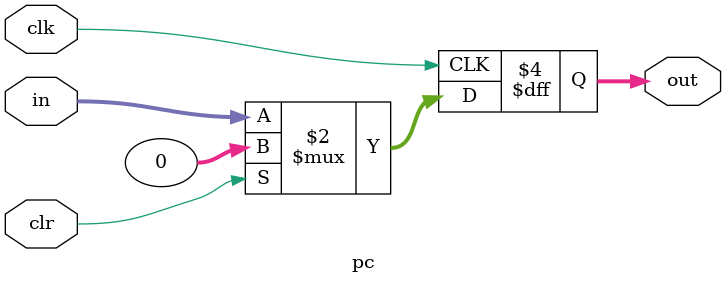
<source format=v>
module pc(
	input clk,
	input [31:0] in,
	input clr,
	output reg [31:0] out
	);

 initial begin
    out <= 32'b0;
 end
 
 always @(posedge clk) begin
	out = clr ? 32'b0 : in;
 end

endmodule
	
</source>
